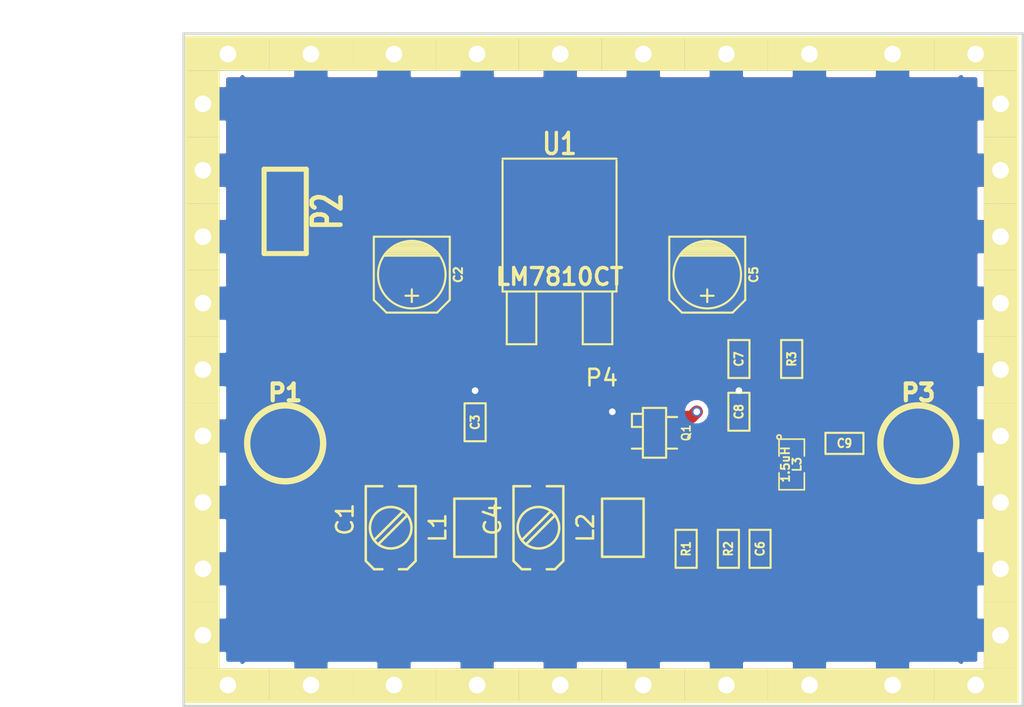
<source format=kicad_pcb>
(kicad_pcb (version 4) (host pcbnew "(2016-01-30 BZR 6528, Git 351752f)-product")

  (general
    (links 66)
    (no_connects 20)
    (area 111.924999 81.924999 162.575001 122.575001)
    (thickness 1.6)
    (drawings 6)
    (tracks 72)
    (zones 0)
    (modules 21)
    (nets 13)
  )

  (page A4)
  (layers
    (0 F.Cu signal)
    (31 B.Cu signal)
    (32 B.Adhes user)
    (33 F.Adhes user)
    (34 B.Paste user)
    (35 F.Paste user)
    (36 B.SilkS user)
    (37 F.SilkS user)
    (38 B.Mask user)
    (39 F.Mask user)
    (40 Dwgs.User user)
    (41 Cmts.User user)
    (42 Eco1.User user)
    (43 Eco2.User user)
    (44 Edge.Cuts user)
    (45 Margin user)
    (46 B.CrtYd user)
    (47 F.CrtYd user)
    (48 B.Fab user)
    (49 F.Fab user)
  )

  (setup
    (last_trace_width 0.25)
    (user_trace_width 0.5)
    (user_trace_width 0.75)
    (user_trace_width 1)
    (user_trace_width 1.5)
    (trace_clearance 0.2)
    (zone_clearance 0.4)
    (zone_45_only no)
    (trace_min 0.2)
    (segment_width 0.2)
    (edge_width 0.15)
    (via_size 0.6)
    (via_drill 0.4)
    (via_min_size 0.6)
    (via_min_drill 0.2)
    (user_via 0.6 0.2)
    (uvia_size 0.3)
    (uvia_drill 0.1)
    (uvias_allowed no)
    (uvia_min_size 0.2)
    (uvia_min_drill 0.1)
    (pcb_text_width 0.3)
    (pcb_text_size 1.5 1.5)
    (mod_edge_width 0.15)
    (mod_text_size 1 1)
    (mod_text_width 0.15)
    (pad_size 2 4)
    (pad_drill 1)
    (pad_to_mask_clearance 0.2)
    (aux_axis_origin 0 0)
    (visible_elements FFFFFF7F)
    (pcbplotparams
      (layerselection 0x00030_ffffffff)
      (usegerberextensions false)
      (excludeedgelayer true)
      (linewidth 0.100000)
      (plotframeref false)
      (viasonmask false)
      (mode 1)
      (useauxorigin false)
      (hpglpennumber 1)
      (hpglpenspeed 20)
      (hpglpendiameter 15)
      (hpglpenoverlay 2)
      (psnegative false)
      (psa4output false)
      (plotreference true)
      (plotvalue true)
      (plotinvisibletext false)
      (padsonsilk false)
      (subtractmaskfromsilk false)
      (outputformat 1)
      (mirror false)
      (drillshape 1)
      (scaleselection 1)
      (outputdirectory ""))
  )

  (net 0 "")
  (net 1 "Net-(C1-Pad2)")
  (net 2 "Net-(C1-Pad1)")
  (net 3 "Net-(C2-Pad1)")
  (net 4 GND)
  (net 5 "Net-(C3-Pad1)")
  (net 6 "Net-(C4-Pad1)")
  (net 7 VCC)
  (net 8 "Net-(C6-Pad1)")
  (net 9 "Net-(C6-Pad2)")
  (net 10 "Net-(C8-Pad2)")
  (net 11 "Net-(C9-Pad1)")
  (net 12 "Net-(L2-Pad2)")

  (net_class Default "This is the default net class."
    (clearance 0.2)
    (trace_width 0.25)
    (via_dia 0.6)
    (via_drill 0.4)
    (uvia_dia 0.3)
    (uvia_drill 0.1)
    (add_net GND)
    (add_net "Net-(C1-Pad1)")
    (add_net "Net-(C1-Pad2)")
    (add_net "Net-(C2-Pad1)")
    (add_net "Net-(C3-Pad1)")
    (add_net "Net-(C4-Pad1)")
    (add_net "Net-(C6-Pad1)")
    (add_net "Net-(C6-Pad2)")
    (add_net "Net-(C8-Pad2)")
    (add_net "Net-(C9-Pad1)")
    (add_net "Net-(L2-Pad2)")
    (add_net VCC)
  )

  (module tzc3:TZC3 (layer F.Cu) (tedit 56AD41EF) (tstamp 56AD4893)
    (at 124.46 111.76 90)
    (path /56AD345C)
    (fp_text reference C1 (at 0.5 -2.75 90) (layer F.SilkS)
      (effects (font (size 1 1) (thickness 0.15)))
    )
    (fp_text value 2-10pF (at 0.5 -4.25 90) (layer F.Fab)
      (effects (font (size 1 1) (thickness 0.15)))
    )
    (fp_line (start -0.75 -1) (end 1 0.75) (layer F.SilkS) (width 0.15))
    (fp_line (start -1 -0.75) (end 0.75 1) (layer F.SilkS) (width 0.15))
    (fp_circle (center 0 0) (end 0 -1.25) (layer F.SilkS) (width 0.15))
    (fp_line (start -2.5 0.5) (end -2.5 1) (layer F.SilkS) (width 0.15))
    (fp_line (start -2.5 1) (end -2 1.5) (layer F.SilkS) (width 0.15))
    (fp_line (start -2 1.5) (end 2.5 1.5) (layer F.SilkS) (width 0.15))
    (fp_line (start 2.5 1.5) (end 2.5 0.5) (layer F.SilkS) (width 0.15))
    (fp_line (start -2.5 -0.5) (end -2.5 -1) (layer F.SilkS) (width 0.15))
    (fp_line (start -2.5 -1) (end -2 -1.5) (layer F.SilkS) (width 0.15))
    (fp_line (start -2 -1.5) (end 2.5 -1.5) (layer F.SilkS) (width 0.15))
    (fp_line (start 2.5 -1.5) (end 2.5 -0.5) (layer F.SilkS) (width 0.15))
    (pad 2 smd rect (at 2.25 0 90) (size 1.2 1) (layers F.Cu F.Paste F.Mask)
      (net 1 "Net-(C1-Pad2)"))
    (pad 1 smd rect (at -2.25 0 90) (size 1.2 1) (layers F.Cu F.Paste F.Mask)
      (net 2 "Net-(C1-Pad1)"))
  )

  (module smd_capacitors:c_elec_4x4.5 (layer F.Cu) (tedit 49F5A3C5) (tstamp 56AD4899)
    (at 125.73 96.52 270)
    (descr "SMT capacitor, aluminium electrolytic, 4x4.5")
    (path /56AD539C)
    (fp_text reference C2 (at 0 -2.794 270) (layer F.SilkS)
      (effects (font (size 0.50038 0.50038) (thickness 0.11938)))
    )
    (fp_text value 1uF (at 0 2.794 270) (layer F.SilkS) hide
      (effects (font (size 0.50038 0.50038) (thickness 0.11938)))
    )
    (fp_line (start 1.651 0) (end 0.889 0) (layer F.SilkS) (width 0.127))
    (fp_line (start 1.27 -0.381) (end 1.27 0.381) (layer F.SilkS) (width 0.127))
    (fp_line (start 1.524 2.286) (end -2.286 2.286) (layer F.SilkS) (width 0.127))
    (fp_line (start 2.286 -1.524) (end 2.286 1.524) (layer F.SilkS) (width 0.127))
    (fp_line (start 1.524 2.286) (end 2.286 1.524) (layer F.SilkS) (width 0.127))
    (fp_line (start 1.524 -2.286) (end -2.286 -2.286) (layer F.SilkS) (width 0.127))
    (fp_line (start 1.524 -2.286) (end 2.286 -1.524) (layer F.SilkS) (width 0.127))
    (fp_line (start -2.032 0.127) (end -2.032 -0.127) (layer F.SilkS) (width 0.127))
    (fp_line (start -1.905 -0.635) (end -1.905 0.635) (layer F.SilkS) (width 0.127))
    (fp_line (start -1.778 0.889) (end -1.778 -0.889) (layer F.SilkS) (width 0.127))
    (fp_line (start -1.651 1.143) (end -1.651 -1.143) (layer F.SilkS) (width 0.127))
    (fp_line (start -1.524 -1.27) (end -1.524 1.27) (layer F.SilkS) (width 0.127))
    (fp_line (start -1.397 1.397) (end -1.397 -1.397) (layer F.SilkS) (width 0.127))
    (fp_line (start -1.27 -1.524) (end -1.27 1.524) (layer F.SilkS) (width 0.127))
    (fp_line (start -1.143 -1.651) (end -1.143 1.651) (layer F.SilkS) (width 0.127))
    (fp_circle (center 0 0) (end -2.032 0) (layer F.SilkS) (width 0.127))
    (fp_line (start -2.286 -2.286) (end -2.286 2.286) (layer F.SilkS) (width 0.127))
    (pad 1 smd rect (at 1.80086 0 270) (size 2.60096 1.6002) (layers F.Cu F.Paste F.Mask)
      (net 3 "Net-(C2-Pad1)"))
    (pad 2 smd rect (at -1.80086 0 270) (size 2.60096 1.6002) (layers F.Cu F.Paste F.Mask)
      (net 4 GND))
    (model smd/capacitors/c_elec_4x4_5.wrl
      (at (xyz 0 0 0))
      (scale (xyz 1 1 1))
      (rotate (xyz 0 0 0))
    )
  )

  (module libcms:SM0603 (layer F.Cu) (tedit 4E43A3D1) (tstamp 56AD489F)
    (at 129.54 105.41 90)
    (path /56AD3650)
    (attr smd)
    (fp_text reference C3 (at 0 0 90) (layer F.SilkS)
      (effects (font (size 0.508 0.4572) (thickness 0.1143)))
    )
    (fp_text value 33pF (at 0 0 90) (layer F.SilkS) hide
      (effects (font (size 0.508 0.4572) (thickness 0.1143)))
    )
    (fp_line (start -1.143 -0.635) (end 1.143 -0.635) (layer F.SilkS) (width 0.127))
    (fp_line (start 1.143 -0.635) (end 1.143 0.635) (layer F.SilkS) (width 0.127))
    (fp_line (start 1.143 0.635) (end -1.143 0.635) (layer F.SilkS) (width 0.127))
    (fp_line (start -1.143 0.635) (end -1.143 -0.635) (layer F.SilkS) (width 0.127))
    (pad 1 smd rect (at -0.762 0 90) (size 0.635 1.143) (layers F.Cu F.Paste F.Mask)
      (net 5 "Net-(C3-Pad1)"))
    (pad 2 smd rect (at 0.762 0 90) (size 0.635 1.143) (layers F.Cu F.Paste F.Mask)
      (net 4 GND))
    (model smd\resistors\R0603.wrl
      (at (xyz 0 0 0.001))
      (scale (xyz 0.5 0.5 0.5))
      (rotate (xyz 0 0 0))
    )
  )

  (module tzc3:TZC3 (layer F.Cu) (tedit 56AD41EF) (tstamp 56AD48A5)
    (at 133.35 111.76 90)
    (path /56AD381A)
    (fp_text reference C4 (at 0.5 -2.75 90) (layer F.SilkS)
      (effects (font (size 1 1) (thickness 0.15)))
    )
    (fp_text value 2-10pf (at 0.5 -4.25 90) (layer F.Fab)
      (effects (font (size 1 1) (thickness 0.15)))
    )
    (fp_line (start -0.75 -1) (end 1 0.75) (layer F.SilkS) (width 0.15))
    (fp_line (start -1 -0.75) (end 0.75 1) (layer F.SilkS) (width 0.15))
    (fp_circle (center 0 0) (end 0 -1.25) (layer F.SilkS) (width 0.15))
    (fp_line (start -2.5 0.5) (end -2.5 1) (layer F.SilkS) (width 0.15))
    (fp_line (start -2.5 1) (end -2 1.5) (layer F.SilkS) (width 0.15))
    (fp_line (start -2 1.5) (end 2.5 1.5) (layer F.SilkS) (width 0.15))
    (fp_line (start 2.5 1.5) (end 2.5 0.5) (layer F.SilkS) (width 0.15))
    (fp_line (start -2.5 -0.5) (end -2.5 -1) (layer F.SilkS) (width 0.15))
    (fp_line (start -2.5 -1) (end -2 -1.5) (layer F.SilkS) (width 0.15))
    (fp_line (start -2 -1.5) (end 2.5 -1.5) (layer F.SilkS) (width 0.15))
    (fp_line (start 2.5 -1.5) (end 2.5 -0.5) (layer F.SilkS) (width 0.15))
    (pad 2 smd rect (at 2.25 0 90) (size 1.2 1) (layers F.Cu F.Paste F.Mask)
      (net 5 "Net-(C3-Pad1)"))
    (pad 1 smd rect (at -2.25 0 90) (size 1.2 1) (layers F.Cu F.Paste F.Mask)
      (net 6 "Net-(C4-Pad1)"))
  )

  (module smd_capacitors:c_elec_4x4.5 (layer F.Cu) (tedit 49F5A3C5) (tstamp 56AD48AB)
    (at 143.51 96.52 270)
    (descr "SMT capacitor, aluminium electrolytic, 4x4.5")
    (path /56AD5334)
    (fp_text reference C5 (at 0 -2.794 270) (layer F.SilkS)
      (effects (font (size 0.50038 0.50038) (thickness 0.11938)))
    )
    (fp_text value 1uF (at 0 2.794 270) (layer F.SilkS) hide
      (effects (font (size 0.50038 0.50038) (thickness 0.11938)))
    )
    (fp_line (start 1.651 0) (end 0.889 0) (layer F.SilkS) (width 0.127))
    (fp_line (start 1.27 -0.381) (end 1.27 0.381) (layer F.SilkS) (width 0.127))
    (fp_line (start 1.524 2.286) (end -2.286 2.286) (layer F.SilkS) (width 0.127))
    (fp_line (start 2.286 -1.524) (end 2.286 1.524) (layer F.SilkS) (width 0.127))
    (fp_line (start 1.524 2.286) (end 2.286 1.524) (layer F.SilkS) (width 0.127))
    (fp_line (start 1.524 -2.286) (end -2.286 -2.286) (layer F.SilkS) (width 0.127))
    (fp_line (start 1.524 -2.286) (end 2.286 -1.524) (layer F.SilkS) (width 0.127))
    (fp_line (start -2.032 0.127) (end -2.032 -0.127) (layer F.SilkS) (width 0.127))
    (fp_line (start -1.905 -0.635) (end -1.905 0.635) (layer F.SilkS) (width 0.127))
    (fp_line (start -1.778 0.889) (end -1.778 -0.889) (layer F.SilkS) (width 0.127))
    (fp_line (start -1.651 1.143) (end -1.651 -1.143) (layer F.SilkS) (width 0.127))
    (fp_line (start -1.524 -1.27) (end -1.524 1.27) (layer F.SilkS) (width 0.127))
    (fp_line (start -1.397 1.397) (end -1.397 -1.397) (layer F.SilkS) (width 0.127))
    (fp_line (start -1.27 -1.524) (end -1.27 1.524) (layer F.SilkS) (width 0.127))
    (fp_line (start -1.143 -1.651) (end -1.143 1.651) (layer F.SilkS) (width 0.127))
    (fp_circle (center 0 0) (end -2.032 0) (layer F.SilkS) (width 0.127))
    (fp_line (start -2.286 -2.286) (end -2.286 2.286) (layer F.SilkS) (width 0.127))
    (pad 1 smd rect (at 1.80086 0 270) (size 2.60096 1.6002) (layers F.Cu F.Paste F.Mask)
      (net 7 VCC))
    (pad 2 smd rect (at -1.80086 0 270) (size 2.60096 1.6002) (layers F.Cu F.Paste F.Mask)
      (net 4 GND))
    (model smd/capacitors/c_elec_4x4_5.wrl
      (at (xyz 0 0 0))
      (scale (xyz 1 1 1))
      (rotate (xyz 0 0 0))
    )
  )

  (module libcms:SM0603 (layer F.Cu) (tedit 56AD4D6B) (tstamp 56AD48B1)
    (at 146.685 113.03 90)
    (path /56AD3A08)
    (attr smd)
    (fp_text reference C6 (at 0 0 90) (layer F.SilkS)
      (effects (font (size 0.508 0.4572) (thickness 0.1143)))
    )
    (fp_text value 10nF (at 0 0 90) (layer F.SilkS) hide
      (effects (font (size 0.508 0.4572) (thickness 0.1143)))
    )
    (fp_line (start -1.143 -0.635) (end 1.143 -0.635) (layer F.SilkS) (width 0.127))
    (fp_line (start 1.143 -0.635) (end 1.143 0.635) (layer F.SilkS) (width 0.127))
    (fp_line (start 1.143 0.635) (end -1.143 0.635) (layer F.SilkS) (width 0.127))
    (fp_line (start -1.143 0.635) (end -1.143 -0.635) (layer F.SilkS) (width 0.127))
    (pad 1 smd rect (at -0.762 0 90) (size 0.635 1.143) (layers F.Cu F.Paste F.Mask)
      (net 8 "Net-(C6-Pad1)"))
    (pad 2 smd rect (at 0.762 0 90) (size 0.635 1.143) (layers F.Cu F.Paste F.Mask)
      (net 9 "Net-(C6-Pad2)"))
    (model smd\resistors\R0603.wrl
      (at (xyz 0 0 0.001))
      (scale (xyz 0.5 0.5 0.5))
      (rotate (xyz 0 0 0))
    )
  )

  (module libcms:SM0603 (layer F.Cu) (tedit 56AD4D77) (tstamp 56AD48B7)
    (at 145.415 101.6 90)
    (path /56AD4417)
    (attr smd)
    (fp_text reference C7 (at 0 0 90) (layer F.SilkS)
      (effects (font (size 0.508 0.4572) (thickness 0.1143)))
    )
    (fp_text value 20nF (at 0 0 90) (layer F.SilkS) hide
      (effects (font (size 0.508 0.4572) (thickness 0.1143)))
    )
    (fp_line (start -1.143 -0.635) (end 1.143 -0.635) (layer F.SilkS) (width 0.127))
    (fp_line (start 1.143 -0.635) (end 1.143 0.635) (layer F.SilkS) (width 0.127))
    (fp_line (start 1.143 0.635) (end -1.143 0.635) (layer F.SilkS) (width 0.127))
    (fp_line (start -1.143 0.635) (end -1.143 -0.635) (layer F.SilkS) (width 0.127))
    (pad 1 smd rect (at -0.762 0 90) (size 0.635 1.143) (layers F.Cu F.Paste F.Mask)
      (net 4 GND))
    (pad 2 smd rect (at 0.762 0 90) (size 0.635 1.143) (layers F.Cu F.Paste F.Mask)
      (net 7 VCC))
    (model smd\resistors\R0603.wrl
      (at (xyz 0 0 0.001))
      (scale (xyz 0.5 0.5 0.5))
      (rotate (xyz 0 0 0))
    )
  )

  (module libcms:SM0603 (layer F.Cu) (tedit 56AD4D22) (tstamp 56AD48BD)
    (at 145.415 104.775 270)
    (path /56AD4323)
    (attr smd)
    (fp_text reference C8 (at 0 0 270) (layer F.SilkS)
      (effects (font (size 0.508 0.4572) (thickness 0.1143)))
    )
    (fp_text value 680pF (at 0 0 270) (layer F.SilkS) hide
      (effects (font (size 0.508 0.4572) (thickness 0.1143)))
    )
    (fp_line (start -1.143 -0.635) (end 1.143 -0.635) (layer F.SilkS) (width 0.127))
    (fp_line (start 1.143 -0.635) (end 1.143 0.635) (layer F.SilkS) (width 0.127))
    (fp_line (start 1.143 0.635) (end -1.143 0.635) (layer F.SilkS) (width 0.127))
    (fp_line (start -1.143 0.635) (end -1.143 -0.635) (layer F.SilkS) (width 0.127))
    (pad 1 smd rect (at -0.762 0 270) (size 0.635 1.143) (layers F.Cu F.Paste F.Mask)
      (net 4 GND))
    (pad 2 smd rect (at 0.762 0 270) (size 0.635 1.143) (layers F.Cu F.Paste F.Mask)
      (net 10 "Net-(C8-Pad2)"))
    (model smd\resistors\R0603.wrl
      (at (xyz 0 0 0.001))
      (scale (xyz 0.5 0.5 0.5))
      (rotate (xyz 0 0 0))
    )
  )

  (module libcms:SM0603 (layer F.Cu) (tedit 4E43A3D1) (tstamp 56AD48C3)
    (at 151.765 106.68 180)
    (path /56AD412D)
    (attr smd)
    (fp_text reference C9 (at 0 0 180) (layer F.SilkS)
      (effects (font (size 0.508 0.4572) (thickness 0.1143)))
    )
    (fp_text value 6.8pF (at 0 0 180) (layer F.SilkS) hide
      (effects (font (size 0.508 0.4572) (thickness 0.1143)))
    )
    (fp_line (start -1.143 -0.635) (end 1.143 -0.635) (layer F.SilkS) (width 0.127))
    (fp_line (start 1.143 -0.635) (end 1.143 0.635) (layer F.SilkS) (width 0.127))
    (fp_line (start 1.143 0.635) (end -1.143 0.635) (layer F.SilkS) (width 0.127))
    (fp_line (start -1.143 0.635) (end -1.143 -0.635) (layer F.SilkS) (width 0.127))
    (pad 1 smd rect (at -0.762 0 180) (size 0.635 1.143) (layers F.Cu F.Paste F.Mask)
      (net 11 "Net-(C9-Pad1)"))
    (pad 2 smd rect (at 0.762 0 180) (size 0.635 1.143) (layers F.Cu F.Paste F.Mask)
      (net 9 "Net-(C6-Pad2)"))
    (model smd\resistors\R0603.wrl
      (at (xyz 0 0 0.001))
      (scale (xyz 0.5 0.5 0.5))
      (rotate (xyz 0 0 0))
    )
  )

  (module SM1008:SM1008 (layer F.Cu) (tedit 56AD4488) (tstamp 56AD48C9)
    (at 129.54 111.76 90)
    (path /56AD3311)
    (fp_text reference L1 (at 0 -2.25 90) (layer F.SilkS)
      (effects (font (size 1 1) (thickness 0.15)))
    )
    (fp_text value 400nH (at 0 -3.75 90) (layer F.Fab)
      (effects (font (size 1 1) (thickness 0.15)))
    )
    (fp_line (start -1.75 -1.25) (end 1.75 -1.25) (layer F.SilkS) (width 0.15))
    (fp_line (start 1.75 -1.25) (end 1.75 1.25) (layer F.SilkS) (width 0.15))
    (fp_line (start 1.75 1.25) (end -1.75 1.25) (layer F.SilkS) (width 0.15))
    (fp_line (start -1.75 1.25) (end -1.75 -1.25) (layer F.SilkS) (width 0.15))
    (pad 2 smd rect (at 1.135 0 90) (size 1.1 2.54) (layers F.Cu F.Paste F.Mask)
      (net 5 "Net-(C3-Pad1)"))
    (pad 1 smd rect (at -1.135 0 90) (size 1.1 2.54) (layers F.Cu F.Paste F.Mask)
      (net 2 "Net-(C1-Pad1)"))
  )

  (module SM1008:SM1008 (layer F.Cu) (tedit 56AD4488) (tstamp 56AD48CF)
    (at 138.43 111.76 90)
    (path /56AD3814)
    (fp_text reference L2 (at 0 -2.25 90) (layer F.SilkS)
      (effects (font (size 1 1) (thickness 0.15)))
    )
    (fp_text value 400nH (at 0 -3.75 90) (layer F.Fab)
      (effects (font (size 1 1) (thickness 0.15)))
    )
    (fp_line (start -1.75 -1.25) (end 1.75 -1.25) (layer F.SilkS) (width 0.15))
    (fp_line (start 1.75 -1.25) (end 1.75 1.25) (layer F.SilkS) (width 0.15))
    (fp_line (start 1.75 1.25) (end -1.75 1.25) (layer F.SilkS) (width 0.15))
    (fp_line (start -1.75 1.25) (end -1.75 -1.25) (layer F.SilkS) (width 0.15))
    (pad 2 smd rect (at 1.135 0 90) (size 1.1 2.54) (layers F.Cu F.Paste F.Mask)
      (net 12 "Net-(L2-Pad2)"))
    (pad 1 smd rect (at -1.135 0 90) (size 1.1 2.54) (layers F.Cu F.Paste F.Mask)
      (net 6 "Net-(C4-Pad1)"))
  )

  (module libcms:SM0805 (layer F.Cu) (tedit 5091495C) (tstamp 56AD48D5)
    (at 148.59 107.95 270)
    (path /56AD3F42)
    (attr smd)
    (fp_text reference L3 (at 0 -0.3175 270) (layer F.SilkS)
      (effects (font (size 0.50038 0.50038) (thickness 0.10922)))
    )
    (fp_text value 1.5uH (at 0 0.381 270) (layer F.SilkS)
      (effects (font (size 0.50038 0.50038) (thickness 0.10922)))
    )
    (fp_circle (center -1.651 0.762) (end -1.651 0.635) (layer F.SilkS) (width 0.09906))
    (fp_line (start -0.508 0.762) (end -1.524 0.762) (layer F.SilkS) (width 0.09906))
    (fp_line (start -1.524 0.762) (end -1.524 -0.762) (layer F.SilkS) (width 0.09906))
    (fp_line (start -1.524 -0.762) (end -0.508 -0.762) (layer F.SilkS) (width 0.09906))
    (fp_line (start 0.508 -0.762) (end 1.524 -0.762) (layer F.SilkS) (width 0.09906))
    (fp_line (start 1.524 -0.762) (end 1.524 0.762) (layer F.SilkS) (width 0.09906))
    (fp_line (start 1.524 0.762) (end 0.508 0.762) (layer F.SilkS) (width 0.09906))
    (pad 1 smd rect (at -0.9525 0 270) (size 0.889 1.397) (layers F.Cu F.Paste F.Mask)
      (net 10 "Net-(C8-Pad2)"))
    (pad 2 smd rect (at 0.9525 0 270) (size 0.889 1.397) (layers F.Cu F.Paste F.Mask)
      (net 9 "Net-(C6-Pad2)"))
    (model smd/chip_cms.wrl
      (at (xyz 0 0 0))
      (scale (xyz 0.1 0.1 0.1))
      (rotate (xyz 0 0 0))
    )
  )

  (module connect:1pin (layer F.Cu) (tedit 56AD4F30) (tstamp 56AD48DA)
    (at 118.11 106.68)
    (descr "module 1 pin (ou trou mecanique de percage)")
    (tags DEV)
    (path /56AD30C3)
    (fp_text reference P1 (at 0 -3.048) (layer F.SilkS)
      (effects (font (size 1.016 1.016) (thickness 0.254)))
    )
    (fp_text value CONN_1 (at 0 2.794) (layer F.SilkS) hide
      (effects (font (size 1.016 1.016) (thickness 0.254)))
    )
    (fp_circle (center 0 0) (end 0 -2.286) (layer F.SilkS) (width 0.381))
    (pad 1 smd circle (at 0 0) (size 4.064 4.064) (layers F.Cu F.Paste F.Mask)
      (net 1 "Net-(C1-Pad2)"))
  )

  (module connect:SIL-2 (layer F.Cu) (tedit 56AE6B86) (tstamp 56AD48E0)
    (at 118.11 92.71 270)
    (descr "Connecteurs 2 pins")
    (tags "CONN DEV")
    (path /56AD582D)
    (fp_text reference P2 (at 0 -2.54 270) (layer F.SilkS)
      (effects (font (size 1.72974 1.08712) (thickness 0.3048)))
    )
    (fp_text value CONN_2 (at 0 -2.54 270) (layer F.SilkS) hide
      (effects (font (size 1.524 1.016) (thickness 0.3048)))
    )
    (fp_line (start -2.54 1.27) (end -2.54 -1.27) (layer F.SilkS) (width 0.3048))
    (fp_line (start -2.54 -1.27) (end 2.54 -1.27) (layer F.SilkS) (width 0.3048))
    (fp_line (start 2.54 -1.27) (end 2.54 1.27) (layer F.SilkS) (width 0.3048))
    (fp_line (start 2.54 1.27) (end -2.54 1.27) (layer F.SilkS) (width 0.3048))
    (pad 1 smd rect (at -1.27 0 270) (size 1.397 1.397) (layers F.Cu F.Paste F.Mask)
      (net 4 GND))
    (pad 2 smd circle (at 1.27 0 270) (size 1.397 1.397) (layers F.Cu F.Paste F.Mask)
      (net 3 "Net-(C2-Pad1)"))
  )

  (module connect:1pin (layer F.Cu) (tedit 56AD4F2B) (tstamp 56AD48E5)
    (at 156.21 106.68)
    (descr "module 1 pin (ou trou mecanique de percage)")
    (tags DEV)
    (path /56AD4ED5)
    (fp_text reference P3 (at 0 -3.048) (layer F.SilkS)
      (effects (font (size 1.016 1.016) (thickness 0.254)))
    )
    (fp_text value CONN_1 (at 0 2.794) (layer F.SilkS) hide
      (effects (font (size 1.016 1.016) (thickness 0.254)))
    )
    (fp_circle (center 0 0) (end 0 -2.286) (layer F.SilkS) (width 0.381))
    (pad 1 smd circle (at 0 0) (size 4.064 4.064) (layers F.Cu F.Paste F.Mask)
      (net 11 "Net-(C9-Pad1)"))
  )

  (module w_smd_trans:sot143B (layer F.Cu) (tedit 56AD4963) (tstamp 56AD48ED)
    (at 140.335 106.045 270)
    (descr SOT143B)
    (path /56AD3856)
    (fp_text reference Q1 (at 0 -1.905 270) (layer F.SilkS)
      (effects (font (size 0.50038 0.50038) (thickness 0.09906)))
    )
    (fp_text value BFG540W (at 0 0 270) (layer F.SilkS) hide
      (effects (font (size 0.50038 0.50038) (thickness 0.09906)))
    )
    (fp_line (start -1.143 1.3589) (end -0.3556 1.3589) (layer F.SilkS) (width 0.127))
    (fp_line (start -0.3556 0.6985) (end -0.3556 1.3589) (layer F.SilkS) (width 0.127))
    (fp_line (start -0.9525 -0.6985) (end -0.9525 -1.3589) (layer F.SilkS) (width 0.127))
    (fp_line (start 0.9525 0.6985) (end 0.9525 1.3589) (layer F.SilkS) (width 0.127))
    (fp_line (start -1.143 0.6985) (end -1.143 1.3589) (layer F.SilkS) (width 0.127))
    (fp_line (start 0.9525 -0.6985) (end 0.9525 -1.3589) (layer F.SilkS) (width 0.127))
    (fp_line (start -1.4986 -0.6985) (end 1.4986 -0.6985) (layer F.SilkS) (width 0.127))
    (fp_line (start 1.4986 -0.6985) (end 1.4986 0.6985) (layer F.SilkS) (width 0.127))
    (fp_line (start 1.4986 0.6985) (end -1.4986 0.6985) (layer F.SilkS) (width 0.127))
    (fp_line (start -1.4986 0.6985) (end -1.4986 -0.6985) (layer F.SilkS) (width 0.127))
    (pad 1 smd rect (at -0.75184 1.05664 270) (size 1.00076 1.00076) (layers F.Cu F.Paste F.Mask)
      (net 4 GND))
    (pad 3 smd rect (at 0.9525 -1.05664 270) (size 0.59944 1.00076) (layers F.Cu F.Paste F.Mask)
      (net 9 "Net-(C6-Pad2)"))
    (pad 2 smd rect (at 0.9525 1.05664 270) (size 0.59944 1.00076) (layers F.Cu F.Paste F.Mask)
      (net 12 "Net-(L2-Pad2)"))
    (pad 4 smd rect (at -0.9525 -1.05664 270) (size 0.59944 1.00076) (layers F.Cu F.Paste F.Mask))
    (model walter/smd_trans/sot143b.wrl
      (at (xyz 0 0 0))
      (scale (xyz 1 1 1))
      (rotate (xyz 0 0 0))
    )
  )

  (module libcms:SM0603 (layer F.Cu) (tedit 4E43A3D1) (tstamp 56AD48F3)
    (at 142.24 113.03 90)
    (path /56AD395C)
    (attr smd)
    (fp_text reference R1 (at 0 0 90) (layer F.SilkS)
      (effects (font (size 0.508 0.4572) (thickness 0.1143)))
    )
    (fp_text value 1k (at 0 0 90) (layer F.SilkS) hide
      (effects (font (size 0.508 0.4572) (thickness 0.1143)))
    )
    (fp_line (start -1.143 -0.635) (end 1.143 -0.635) (layer F.SilkS) (width 0.127))
    (fp_line (start 1.143 -0.635) (end 1.143 0.635) (layer F.SilkS) (width 0.127))
    (fp_line (start 1.143 0.635) (end -1.143 0.635) (layer F.SilkS) (width 0.127))
    (fp_line (start -1.143 0.635) (end -1.143 -0.635) (layer F.SilkS) (width 0.127))
    (pad 1 smd rect (at -0.762 0 90) (size 0.635 1.143) (layers F.Cu F.Paste F.Mask)
      (net 8 "Net-(C6-Pad1)"))
    (pad 2 smd rect (at 0.762 0 90) (size 0.635 1.143) (layers F.Cu F.Paste F.Mask)
      (net 12 "Net-(L2-Pad2)"))
    (model smd\resistors\R0603.wrl
      (at (xyz 0 0 0.001))
      (scale (xyz 0.5 0.5 0.5))
      (rotate (xyz 0 0 0))
    )
  )

  (module libcms:SM0603 (layer F.Cu) (tedit 56AD4D68) (tstamp 56AD48F9)
    (at 144.78 113.03 90)
    (path /56AD3C55)
    (attr smd)
    (fp_text reference R2 (at 0 0 90) (layer F.SilkS)
      (effects (font (size 0.508 0.4572) (thickness 0.1143)))
    )
    (fp_text value 47k (at 0 0 90) (layer F.SilkS) hide
      (effects (font (size 0.508 0.4572) (thickness 0.1143)))
    )
    (fp_line (start -1.143 -0.635) (end 1.143 -0.635) (layer F.SilkS) (width 0.127))
    (fp_line (start 1.143 -0.635) (end 1.143 0.635) (layer F.SilkS) (width 0.127))
    (fp_line (start 1.143 0.635) (end -1.143 0.635) (layer F.SilkS) (width 0.127))
    (fp_line (start -1.143 0.635) (end -1.143 -0.635) (layer F.SilkS) (width 0.127))
    (pad 1 smd rect (at -0.762 0 90) (size 0.635 1.143) (layers F.Cu F.Paste F.Mask)
      (net 8 "Net-(C6-Pad1)"))
    (pad 2 smd rect (at 0.762 0 90) (size 0.635 1.143) (layers F.Cu F.Paste F.Mask)
      (net 9 "Net-(C6-Pad2)"))
    (model smd\resistors\R0603.wrl
      (at (xyz 0 0 0.001))
      (scale (xyz 0.5 0.5 0.5))
      (rotate (xyz 0 0 0))
    )
  )

  (module libcms:SM0603 (layer F.Cu) (tedit 4E43A3D1) (tstamp 56AD48FF)
    (at 148.59 101.6 270)
    (path /56AD4269)
    (attr smd)
    (fp_text reference R3 (at 0 0 270) (layer F.SilkS)
      (effects (font (size 0.508 0.4572) (thickness 0.1143)))
    )
    (fp_text value 82 (at 0 0 270) (layer F.SilkS) hide
      (effects (font (size 0.508 0.4572) (thickness 0.1143)))
    )
    (fp_line (start -1.143 -0.635) (end 1.143 -0.635) (layer F.SilkS) (width 0.127))
    (fp_line (start 1.143 -0.635) (end 1.143 0.635) (layer F.SilkS) (width 0.127))
    (fp_line (start 1.143 0.635) (end -1.143 0.635) (layer F.SilkS) (width 0.127))
    (fp_line (start -1.143 0.635) (end -1.143 -0.635) (layer F.SilkS) (width 0.127))
    (pad 1 smd rect (at -0.762 0 270) (size 0.635 1.143) (layers F.Cu F.Paste F.Mask)
      (net 7 VCC))
    (pad 2 smd rect (at 0.762 0 270) (size 0.635 1.143) (layers F.Cu F.Paste F.Mask)
      (net 10 "Net-(C8-Pad2)"))
    (model smd\resistors\R0603.wrl
      (at (xyz 0 0 0.001))
      (scale (xyz 0.5 0.5 0.5))
      (rotate (xyz 0 0 0))
    )
  )

  (module libcms:DPAK2 (layer F.Cu) (tedit 451BAACE) (tstamp 56AD4906)
    (at 134.62 99.06)
    (descr "MOS boitier DPACK G-D-S")
    (tags "CMD DPACK")
    (path /56AD502D)
    (attr smd)
    (fp_text reference U1 (at 0 -10.414) (layer F.SilkS)
      (effects (font (size 1.27 1.016) (thickness 0.2032)))
    )
    (fp_text value LM7810CT (at 0 -2.413) (layer F.SilkS)
      (effects (font (size 1.016 1.016) (thickness 0.2032)))
    )
    (fp_line (start 1.397 -1.524) (end 1.397 1.651) (layer F.SilkS) (width 0.127))
    (fp_line (start 1.397 1.651) (end 3.175 1.651) (layer F.SilkS) (width 0.127))
    (fp_line (start 3.175 1.651) (end 3.175 -1.524) (layer F.SilkS) (width 0.127))
    (fp_line (start -3.175 -1.524) (end -3.175 1.651) (layer F.SilkS) (width 0.127))
    (fp_line (start -3.175 1.651) (end -1.397 1.651) (layer F.SilkS) (width 0.127))
    (fp_line (start -1.397 1.651) (end -1.397 -1.524) (layer F.SilkS) (width 0.127))
    (fp_line (start 3.429 -7.62) (end 3.429 -1.524) (layer F.SilkS) (width 0.127))
    (fp_line (start 3.429 -1.524) (end -3.429 -1.524) (layer F.SilkS) (width 0.127))
    (fp_line (start -3.429 -1.524) (end -3.429 -9.398) (layer F.SilkS) (width 0.127))
    (fp_line (start -3.429 -9.525) (end 3.429 -9.525) (layer F.SilkS) (width 0.127))
    (fp_line (start 3.429 -9.398) (end 3.429 -7.62) (layer F.SilkS) (width 0.127))
    (pad 1 smd rect (at -2.286 0) (size 1.651 3.048) (layers F.Cu F.Paste F.Mask)
      (net 3 "Net-(C2-Pad1)"))
    (pad 2 smd rect (at 0 -6.35) (size 6.096 6.096) (layers F.Cu F.Paste F.Mask)
      (net 4 GND))
    (pad 3 smd rect (at 2.286 0) (size 1.651 3.048) (layers F.Cu F.Paste F.Mask)
      (net 7 VCC))
    (model smd/dpack_2.wrl
      (at (xyz 0 0 0))
      (scale (xyz 1 1 1))
      (rotate (xyz 0 0 0))
    )
  )

  (module rfshield:Shield (layer F.Cu) (tedit 56AE95A9) (tstamp 56AE8775)
    (at 137.16 102.235)
    (path /56AE7F5C)
    (fp_text reference P4 (at 0 0.5) (layer F.SilkS)
      (effects (font (size 1 1) (thickness 0.15)))
    )
    (fp_text value CONN_1 (at 0 -0.5) (layer F.Fab)
      (effects (font (size 1 1) (thickness 0.15)))
    )
    (fp_line (start -25 -20) (end 25 -20) (layer F.SilkS) (width 0.15))
    (fp_line (start 25 -20) (end 25 20) (layer F.SilkS) (width 0.15))
    (fp_line (start 25 20) (end -25 20) (layer F.SilkS) (width 0.15))
    (fp_line (start -25 20) (end -25 -20) (layer F.SilkS) (width 0.15))
    (pad 1 thru_hole rect (at 24 -16) (size 2 4) (drill 1) (layers *.Cu *.Mask F.SilkS)
      (net 4 GND))
    (pad 1 thru_hole rect (at 24 -12) (size 2 4) (drill 1) (layers *.Cu *.Mask F.SilkS)
      (net 4 GND))
    (pad 1 thru_hole rect (at 24 -8) (size 2 4) (drill 1) (layers *.Cu *.Mask F.SilkS)
      (net 4 GND))
    (pad 1 thru_hole rect (at 24 -4) (size 2 4) (drill 1) (layers *.Cu *.Mask F.SilkS)
      (net 4 GND))
    (pad 1 thru_hole rect (at 24 0) (size 2 4) (drill 1) (layers *.Cu *.Mask F.SilkS)
      (net 4 GND))
    (pad 1 thru_hole rect (at 24 4) (size 2 4) (drill 1) (layers *.Cu *.Mask F.SilkS)
      (net 4 GND))
    (pad 1 thru_hole rect (at 24 8) (size 2 4) (drill 1) (layers *.Cu *.Mask F.SilkS)
      (net 4 GND))
    (pad 1 thru_hole rect (at 24 12) (size 2 4) (drill 1) (layers *.Cu *.Mask F.SilkS)
      (net 4 GND))
    (pad 1 thru_hole rect (at 24 16) (size 2 4) (drill 1) (layers *.Cu *.Mask F.SilkS)
      (net 4 GND))
    (pad 1 thru_hole rect (at -24 16) (size 2 4) (drill 1) (layers *.Cu *.Mask F.SilkS)
      (net 4 GND))
    (pad 1 thru_hole rect (at -24 12) (size 2 4) (drill 1) (layers *.Cu *.Mask F.SilkS)
      (net 4 GND))
    (pad 1 thru_hole rect (at -24 8) (size 2 4) (drill 1) (layers *.Cu *.Mask F.SilkS)
      (net 4 GND))
    (pad 1 thru_hole rect (at -24 4) (size 2 4) (drill 1) (layers *.Cu *.Mask F.SilkS)
      (net 4 GND))
    (pad 1 thru_hole rect (at -24 0) (size 2 4) (drill 1) (layers *.Cu *.Mask F.SilkS)
      (net 4 GND))
    (pad 1 thru_hole rect (at -24 -4) (size 2 4) (drill 1) (layers *.Cu *.Mask F.SilkS)
      (net 4 GND))
    (pad 1 thru_hole rect (at -24 -8) (size 2 4) (drill 1) (layers *.Cu *.Mask F.SilkS)
      (net 4 GND))
    (pad 1 thru_hole rect (at -24 -12) (size 2 4) (drill 1) (layers *.Cu *.Mask F.SilkS)
      (net 4 GND))
    (pad 1 thru_hole rect (at -22.5 19) (size 5 2) (drill 1) (layers *.Cu *.Mask F.SilkS)
      (net 4 GND))
    (pad 1 thru_hole rect (at -17.5 19) (size 5 2) (drill 1) (layers *.Cu *.Mask F.SilkS)
      (net 4 GND))
    (pad 1 thru_hole rect (at -12.5 19) (size 5 2) (drill 1) (layers *.Cu *.Mask F.SilkS)
      (net 4 GND))
    (pad 1 thru_hole rect (at -7.5 19) (size 5 2) (drill 1) (layers *.Cu *.Mask F.SilkS)
      (net 4 GND))
    (pad 1 thru_hole rect (at -2.5 19) (size 5 2) (drill 1) (layers *.Cu *.Mask F.SilkS)
      (net 4 GND))
    (pad 1 thru_hole rect (at 2.5 19) (size 5 2) (drill 1) (layers *.Cu *.Mask F.SilkS)
      (net 4 GND))
    (pad 1 thru_hole rect (at 7.5 19) (size 5 2) (drill 1) (layers *.Cu *.Mask F.SilkS)
      (net 4 GND))
    (pad 1 thru_hole rect (at 12.5 19) (size 5 2) (drill 1) (layers *.Cu *.Mask F.SilkS)
      (net 4 GND))
    (pad 1 thru_hole rect (at 17.5 19) (size 5 2) (drill 1) (layers *.Cu *.Mask F.SilkS)
      (net 4 GND))
    (pad 1 thru_hole rect (at 22.5 19) (size 5 2) (drill 1) (layers *.Cu *.Mask F.SilkS)
      (net 4 GND))
    (pad 1 thru_hole rect (at 22.5 -19) (size 5 2) (drill 1) (layers *.Cu *.Mask F.SilkS)
      (net 4 GND))
    (pad 1 thru_hole rect (at 17.5 -19) (size 5 2) (drill 1) (layers *.Cu *.Mask F.SilkS)
      (net 4 GND))
    (pad 1 thru_hole rect (at 12.5 -19) (size 5 2) (drill 1) (layers *.Cu *.Mask F.SilkS)
      (net 4 GND))
    (pad 1 thru_hole rect (at 7.5 -19) (size 5 2) (drill 1) (layers *.Cu *.Mask F.SilkS)
      (net 4 GND))
    (pad 1 thru_hole rect (at 2.5 -19) (size 5 2) (drill 1) (layers *.Cu *.Mask F.SilkS)
      (net 4 GND))
    (pad 1 thru_hole rect (at -2.5 -19) (size 5 2) (drill 1) (layers *.Cu *.Mask F.SilkS)
      (net 4 GND))
    (pad 1 thru_hole rect (at -7.5 -19) (size 5 2) (drill 1) (layers *.Cu *.Mask F.SilkS)
      (net 4 GND))
    (pad 1 thru_hole rect (at -12.5 -19) (size 5 2) (drill 1) (layers *.Cu *.Mask F.SilkS)
      (net 4 GND))
    (pad 1 thru_hole rect (at -17.5 -19) (size 5 2) (drill 1) (layers *.Cu *.Mask F.SilkS)
      (net 4 GND))
    (pad 1 thru_hole rect (at -22.5 -19) (size 5 2) (drill 1) (layers *.Cu *.Mask F.SilkS)
      (net 4 GND))
    (pad 1 thru_hole rect (at -24 -16) (size 2 4) (drill 1) (layers *.Cu *.Mask F.SilkS)
      (net 4 GND))
  )

  (gr_line (start 162.5 122.5) (end 162.5 82) (angle 90) (layer Edge.Cuts) (width 0.15))
  (gr_line (start 112 122.5) (end 162.5 122.5) (angle 90) (layer Edge.Cuts) (width 0.15))
  (gr_line (start 112 82) (end 112 122.5) (angle 90) (layer Edge.Cuts) (width 0.15))
  (gr_line (start 162.5 82) (end 112 82) (angle 90) (layer Edge.Cuts) (width 0.15))
  (dimension 31.75 (width 0.3) (layer Cmts.User)
    (gr_text "31.750 mm" (at 107.235 102.235 270) (layer Cmts.User)
      (effects (font (size 1.5 1.5) (thickness 0.3)))
    )
    (feature1 (pts (xy 112.395 118.11) (xy 105.885 118.11)))
    (feature2 (pts (xy 112.395 86.36) (xy 105.885 86.36)))
    (crossbar (pts (xy 108.585 86.36) (xy 108.585 118.11)))
    (arrow1a (pts (xy 108.585 118.11) (xy 107.998579 116.983496)))
    (arrow1b (pts (xy 108.585 118.11) (xy 109.171421 116.983496)))
    (arrow2a (pts (xy 108.585 86.36) (xy 107.998579 87.486504)))
    (arrow2b (pts (xy 108.585 86.36) (xy 109.171421 87.486504)))
  )
  (dimension 47.625 (width 0.3) (layer Cmts.User)
    (gr_text "47.625 mm" (at 136.8425 81.835) (layer Cmts.User)
      (effects (font (size 1.5 1.5) (thickness 0.3)))
    )
    (feature1 (pts (xy 160.655 85.725) (xy 160.655 80.485)))
    (feature2 (pts (xy 113.03 85.725) (xy 113.03 80.485)))
    (crossbar (pts (xy 113.03 83.185) (xy 160.655 83.185)))
    (arrow1a (pts (xy 160.655 83.185) (xy 159.528496 83.771421)))
    (arrow1b (pts (xy 160.655 83.185) (xy 159.528496 82.598579)))
    (arrow2a (pts (xy 113.03 83.185) (xy 114.156504 83.771421)))
    (arrow2b (pts (xy 113.03 83.185) (xy 114.156504 82.598579)))
  )

  (segment (start 141.39164 105.0925) (end 142.5575 105.0925) (width 0.75) (layer F.Cu) (net 0))
  (via (at 142.875 104.775) (size 0.6) (drill 0.4) (layers F.Cu B.Cu) (net 0))
  (segment (start 142.5575 105.0925) (end 142.875 104.775) (width 0.75) (layer F.Cu) (net 0) (tstamp 56AD5215))
  (segment (start 118.11 106.68) (end 123.19 106.68) (width 0.75) (layer F.Cu) (net 1))
  (segment (start 123.19 106.68) (end 124.46 107.95) (width 0.75) (layer F.Cu) (net 1) (tstamp 56AD4CCF))
  (segment (start 124.46 109.51) (end 124.46 107.95) (width 0.75) (layer F.Cu) (net 1))
  (segment (start 124.46 107.95) (end 123.825 107.315) (width 0.75) (layer F.Cu) (net 1) (tstamp 56AD4CC4))
  (segment (start 124.46 114.01) (end 124.46 114.935) (width 0.75) (layer F.Cu) (net 2))
  (segment (start 129.54 114.935) (end 128.905 115.57) (width 0.75) (layer F.Cu) (net 2) (tstamp 56AD4CBD))
  (segment (start 129.54 114.935) (end 129.54 112.895) (width 0.75) (layer F.Cu) (net 2))
  (segment (start 125.095 115.57) (end 128.905 115.57) (width 0.75) (layer F.Cu) (net 2) (tstamp 56AD4CC1))
  (segment (start 124.46 114.935) (end 125.095 115.57) (width 0.75) (layer F.Cu) (net 2) (tstamp 56AD4CC0))
  (segment (start 125.73 101.6) (end 131.445 101.6) (width 0.75) (layer F.Cu) (net 3))
  (segment (start 132.334 100.711) (end 132.334 99.06) (width 0.75) (layer F.Cu) (net 3) (tstamp 56AD501F))
  (segment (start 131.445 101.6) (end 132.334 100.711) (width 0.75) (layer F.Cu) (net 3) (tstamp 56AD501D))
  (segment (start 118.11 93.98) (end 118.11 99.06) (width 0.75) (layer F.Cu) (net 3))
  (segment (start 120.65 101.6) (end 125.73 101.6) (width 0.75) (layer F.Cu) (net 3) (tstamp 56AD4BE7))
  (segment (start 118.11 99.06) (end 120.65 101.6) (width 0.75) (layer F.Cu) (net 3) (tstamp 56AD4BE6))
  (segment (start 125.73 98.32086) (end 125.73 101.6) (width 0.75) (layer F.Cu) (net 3))
  (segment (start 145.415 104.013) (end 145.415 103.505) (width 0.75) (layer F.Cu) (net 4))
  (via (at 145.415 103.505) (size 0.6) (drill 0.4) (layers F.Cu B.Cu) (net 4))
  (segment (start 145.415 102.362) (end 145.415 104.013) (width 0.75) (layer F.Cu) (net 4))
  (segment (start 139.27836 105.29316) (end 138.31316 105.29316) (width 0.75) (layer F.Cu) (net 4))
  (via (at 137.795 104.775) (size 0.6) (drill 0.4) (layers F.Cu B.Cu) (net 4))
  (segment (start 138.31316 105.29316) (end 137.795 104.775) (width 0.75) (layer F.Cu) (net 4) (tstamp 56AD520F))
  (via (at 129.54 103.505) (size 0.6) (drill 0.4) (layers F.Cu B.Cu) (net 4))
  (segment (start 129.54 104.648) (end 129.54 103.505) (width 0.75) (layer F.Cu) (net 4))
  (segment (start 129.54 107.315) (end 132.715 107.315) (width 0.75) (layer F.Cu) (net 5))
  (segment (start 133.35 107.95) (end 133.35 109.51) (width 0.75) (layer F.Cu) (net 5))
  (segment (start 132.715 107.315) (end 133.35 107.95) (width 0.75) (layer F.Cu) (net 5))
  (segment (start 129.54 110.625) (end 129.54 107.315) (width 0.75) (layer F.Cu) (net 5) (status 20))
  (segment (start 129.54 107.315) (end 129.54 106.172) (width 0.75) (layer F.Cu) (net 5) (tstamp 56AD4CAD) (status 20))
  (segment (start 138.43 112.895) (end 138.43 114.935) (width 0.75) (layer F.Cu) (net 6))
  (segment (start 137.795 115.57) (end 138.43 114.935) (width 0.75) (layer F.Cu) (net 6) (tstamp 56AD4CB4))
  (segment (start 133.35 114.935) (end 133.35 114.01) (width 0.75) (layer F.Cu) (net 6))
  (segment (start 133.35 114.935) (end 133.985 115.57) (width 0.75) (layer F.Cu) (net 6) (tstamp 56AD4CB1))
  (segment (start 133.985 115.57) (end 137.795 115.57) (width 0.75) (layer F.Cu) (net 6))
  (segment (start 137.795 101.6) (end 142.748 101.6) (width 0.75) (layer F.Cu) (net 7))
  (segment (start 136.906 100.711) (end 137.795 101.6) (width 0.75) (layer F.Cu) (net 7) (tstamp 56AD500F))
  (segment (start 136.906 99.06) (end 136.906 100.711) (width 0.75) (layer F.Cu) (net 7))
  (segment (start 142.748 101.6) (end 143.51 100.838) (width 0.75) (layer F.Cu) (net 7) (tstamp 56AD5015))
  (segment (start 143.51 100.838) (end 143.51 98.32086) (width 0.75) (layer F.Cu) (net 7))
  (segment (start 143.51 100.838) (end 145.415 100.838) (width 0.75) (layer F.Cu) (net 7) (tstamp 56AD4ED5))
  (segment (start 145.415 100.838) (end 148.59 100.838) (width 0.75) (layer F.Cu) (net 7))
  (segment (start 144.78 113.792) (end 142.24 113.792) (width 0.75) (layer F.Cu) (net 8))
  (segment (start 144.78 113.792) (end 146.685 113.792) (width 0.75) (layer F.Cu) (net 8))
  (segment (start 148.59 108.9025) (end 150.1775 108.9025) (width 0.75) (layer F.Cu) (net 9))
  (segment (start 151.003 108.077) (end 150.495 108.585) (width 0.75) (layer F.Cu) (net 9) (tstamp 56AD4FDF))
  (segment (start 151.003 108.077) (end 151.003 106.68) (width 0.75) (layer F.Cu) (net 9))
  (segment (start 150.1775 108.9025) (end 150.495 108.585) (width 0.75) (layer F.Cu) (net 9) (tstamp 56AD4FE2))
  (segment (start 146.685 112.268) (end 147.447 112.268) (width 0.75) (layer F.Cu) (net 9))
  (segment (start 148.59 111.125) (end 148.59 110.49) (width 0.75) (layer F.Cu) (net 9))
  (segment (start 148.59 110.49) (end 148.59 108.9025) (width 0.75) (layer F.Cu) (net 9) (tstamp 56AD4E6F))
  (segment (start 147.447 112.268) (end 148.59 111.125) (width 0.75) (layer F.Cu) (net 9) (tstamp 56AD4E1B))
  (segment (start 144.78 112.268) (end 146.685 112.268) (width 0.75) (layer F.Cu) (net 9))
  (segment (start 148.59 108.9025) (end 144.78 108.9025) (width 0.75) (layer F.Cu) (net 9))
  (segment (start 142.5575 108.9025) (end 142.24 108.585) (width 0.75) (layer F.Cu) (net 9) (tstamp 56AD4DE5))
  (segment (start 141.39164 107.73664) (end 141.39164 106.9975) (width 0.75) (layer F.Cu) (net 9))
  (segment (start 141.39164 107.73664) (end 142.24 108.585) (width 0.75) (layer F.Cu) (net 9) (tstamp 56AD4DD6))
  (segment (start 144.78 108.9025) (end 142.5575 108.9025) (width 0.75) (layer F.Cu) (net 9) (tstamp 56AD4DE8))
  (segment (start 145.415 105.537) (end 148.59 105.537) (width 0.75) (layer F.Cu) (net 10))
  (segment (start 148.59 105.537) (end 148.59 106.045) (width 0.75) (layer F.Cu) (net 10) (tstamp 56AD4DCC))
  (segment (start 148.59 106.9975) (end 148.59 106.045) (width 0.75) (layer F.Cu) (net 10) (status 10))
  (segment (start 148.59 106.045) (end 148.59 104.14) (width 0.75) (layer F.Cu) (net 10) (tstamp 56AD4DCF) (status 10))
  (segment (start 148.59 104.14) (end 148.59 102.362) (width 0.75) (layer F.Cu) (net 10) (tstamp 56AD4B0C))
  (segment (start 152.527 106.68) (end 156.21 106.68) (width 0.75) (layer F.Cu) (net 11))
  (segment (start 138.43 110.625) (end 141.74 110.625) (width 0.75) (layer F.Cu) (net 12))
  (segment (start 142.24 111.125) (end 142.24 112.268) (width 0.75) (layer F.Cu) (net 12) (tstamp 56AD4E22))
  (segment (start 141.74 110.625) (end 142.24 111.125) (width 0.75) (layer F.Cu) (net 12) (tstamp 56AD4E1E))
  (segment (start 138.43 110.625) (end 138.43 108.585) (width 0.75) (layer F.Cu) (net 12))
  (segment (start 139.27836 107.73664) (end 139.27836 106.9975) (width 0.75) (layer F.Cu) (net 12) (tstamp 56AD4DD2))
  (segment (start 138.43 108.585) (end 139.27836 107.73664) (width 0.75) (layer F.Cu) (net 12) (tstamp 56AD4DD1))

  (zone (net 4) (net_name GND) (layer B.Cu) (tstamp 56AD513F) (hatch edge 0.508)
    (connect_pads (clearance 0.4))
    (min_thickness 0.254)
    (fill yes (arc_segments 16) (thermal_gap 0.4) (thermal_bridge_width 2))
    (polygon
      (pts
        (xy 113.03 83.185) (xy 113.03 121.285) (xy 161.29 121.285) (xy 161.29 83.185)
      )
    )
    (filled_polygon
      (pts
        (xy 120.553 83.735) (xy 120.533 83.735) (xy 120.533 84.63025) (xy 120.66475 84.762) (xy 123.65525 84.762)
        (xy 123.787 84.63025) (xy 123.787 83.735) (xy 123.767 83.735) (xy 123.767 83.312) (xy 125.553 83.312)
        (xy 125.553 83.735) (xy 125.533 83.735) (xy 125.533 84.63025) (xy 125.66475 84.762) (xy 128.65525 84.762)
        (xy 128.787 84.63025) (xy 128.787 83.735) (xy 128.767 83.735) (xy 128.767 83.312) (xy 130.553 83.312)
        (xy 130.553 83.735) (xy 130.533 83.735) (xy 130.533 84.63025) (xy 130.66475 84.762) (xy 133.65525 84.762)
        (xy 133.787 84.63025) (xy 133.787 83.735) (xy 133.767 83.735) (xy 133.767 83.312) (xy 135.553 83.312)
        (xy 135.553 83.735) (xy 135.533 83.735) (xy 135.533 84.63025) (xy 135.66475 84.762) (xy 138.65525 84.762)
        (xy 138.787 84.63025) (xy 138.787 83.735) (xy 138.767 83.735) (xy 138.767 83.312) (xy 140.553 83.312)
        (xy 140.553 83.735) (xy 140.533 83.735) (xy 140.533 84.63025) (xy 140.66475 84.762) (xy 143.65525 84.762)
        (xy 143.787 84.63025) (xy 143.787 83.735) (xy 143.767 83.735) (xy 143.767 83.312) (xy 145.553 83.312)
        (xy 145.553 83.735) (xy 145.533 83.735) (xy 145.533 84.63025) (xy 145.66475 84.762) (xy 148.65525 84.762)
        (xy 148.787 84.63025) (xy 148.787 83.735) (xy 148.767 83.735) (xy 148.767 83.312) (xy 150.553 83.312)
        (xy 150.553 83.735) (xy 150.533 83.735) (xy 150.533 84.63025) (xy 150.66475 84.762) (xy 153.65525 84.762)
        (xy 153.787 84.63025) (xy 153.787 83.735) (xy 153.767 83.735) (xy 153.767 83.312) (xy 155.553 83.312)
        (xy 155.553 83.735) (xy 155.533 83.735) (xy 155.533 84.63025) (xy 155.66475 84.762) (xy 158.65525 84.762)
        (xy 158.786998 84.630252) (xy 158.786998 84.762) (xy 159.633 84.762) (xy 159.633 85.23025) (xy 159.76475 85.362)
        (xy 160.66 85.362) (xy 160.66 84.75725) (xy 160.66475 84.762) (xy 161.163 84.762) (xy 161.163 119.708)
        (xy 160.66475 119.708) (xy 160.66 119.71275) (xy 160.66 119.108) (xy 159.76475 119.108) (xy 159.633 119.23975)
        (xy 159.633 119.708) (xy 158.786998 119.708) (xy 158.786998 119.839748) (xy 158.65525 119.708) (xy 155.66475 119.708)
        (xy 155.533 119.83975) (xy 155.533 120.735) (xy 155.553 120.735) (xy 155.553 121.158) (xy 153.767 121.158)
        (xy 153.767 120.735) (xy 153.787 120.735) (xy 153.787 119.83975) (xy 153.65525 119.708) (xy 150.66475 119.708)
        (xy 150.533 119.83975) (xy 150.533 120.735) (xy 150.553 120.735) (xy 150.553 121.158) (xy 148.767 121.158)
        (xy 148.767 120.735) (xy 148.787 120.735) (xy 148.787 119.83975) (xy 148.65525 119.708) (xy 145.66475 119.708)
        (xy 145.533 119.83975) (xy 145.533 120.735) (xy 145.553 120.735) (xy 145.553 121.158) (xy 143.767 121.158)
        (xy 143.767 120.735) (xy 143.787 120.735) (xy 143.787 119.83975) (xy 143.65525 119.708) (xy 140.66475 119.708)
        (xy 140.533 119.83975) (xy 140.533 120.735) (xy 140.553 120.735) (xy 140.553 121.158) (xy 138.767 121.158)
        (xy 138.767 120.735) (xy 138.787 120.735) (xy 138.787 119.83975) (xy 138.65525 119.708) (xy 135.66475 119.708)
        (xy 135.533 119.83975) (xy 135.533 120.735) (xy 135.553 120.735) (xy 135.553 121.158) (xy 133.767 121.158)
        (xy 133.767 120.735) (xy 133.787 120.735) (xy 133.787 119.83975) (xy 133.65525 119.708) (xy 130.66475 119.708)
        (xy 130.533 119.83975) (xy 130.533 120.735) (xy 130.553 120.735) (xy 130.553 121.158) (xy 128.767 121.158)
        (xy 128.767 120.735) (xy 128.787 120.735) (xy 128.787 119.83975) (xy 128.65525 119.708) (xy 125.66475 119.708)
        (xy 125.533 119.83975) (xy 125.533 120.735) (xy 125.553 120.735) (xy 125.553 121.158) (xy 123.767 121.158)
        (xy 123.767 120.735) (xy 123.787 120.735) (xy 123.787 119.83975) (xy 123.65525 119.708) (xy 120.66475 119.708)
        (xy 120.533 119.83975) (xy 120.533 120.735) (xy 120.553 120.735) (xy 120.553 121.158) (xy 118.767 121.158)
        (xy 118.767 120.735) (xy 118.787 120.735) (xy 118.787 119.83975) (xy 118.65525 119.708) (xy 115.66475 119.708)
        (xy 115.533002 119.839748) (xy 115.533002 119.708) (xy 114.687 119.708) (xy 114.687 119.23975) (xy 114.55525 119.108)
        (xy 113.66 119.108) (xy 113.66 119.71275) (xy 113.65525 119.708) (xy 113.157 119.708) (xy 113.157 115.108)
        (xy 113.66 115.108) (xy 113.66 117.362) (xy 114.55525 117.362) (xy 114.687 117.23025) (xy 114.687 115.23975)
        (xy 159.633 115.23975) (xy 159.633 117.23025) (xy 159.76475 117.362) (xy 160.66 117.362) (xy 160.66 115.108)
        (xy 159.76475 115.108) (xy 159.633 115.23975) (xy 114.687 115.23975) (xy 114.55525 115.108) (xy 113.66 115.108)
        (xy 113.157 115.108) (xy 113.157 111.108) (xy 113.66 111.108) (xy 113.66 113.362) (xy 114.55525 113.362)
        (xy 114.687 113.23025) (xy 114.687 111.23975) (xy 159.633 111.23975) (xy 159.633 113.23025) (xy 159.76475 113.362)
        (xy 160.66 113.362) (xy 160.66 111.108) (xy 159.76475 111.108) (xy 159.633 111.23975) (xy 114.687 111.23975)
        (xy 114.55525 111.108) (xy 113.66 111.108) (xy 113.157 111.108) (xy 113.157 107.108) (xy 113.66 107.108)
        (xy 113.66 109.362) (xy 114.55525 109.362) (xy 114.687 109.23025) (xy 114.687 107.23975) (xy 159.633 107.23975)
        (xy 159.633 109.23025) (xy 159.76475 109.362) (xy 160.66 109.362) (xy 160.66 107.108) (xy 159.76475 107.108)
        (xy 159.633 107.23975) (xy 114.687 107.23975) (xy 114.55525 107.108) (xy 113.66 107.108) (xy 113.157 107.108)
        (xy 113.157 103.108) (xy 113.66 103.108) (xy 113.66 105.362) (xy 114.55525 105.362) (xy 114.687 105.23025)
        (xy 114.687 104.938779) (xy 142.047857 104.938779) (xy 142.173495 105.242846) (xy 142.40593 105.475688) (xy 142.709778 105.601856)
        (xy 143.038779 105.602143) (xy 143.342846 105.476505) (xy 143.575688 105.24407) (xy 143.701856 104.940222) (xy 143.702143 104.611221)
        (xy 143.576505 104.307154) (xy 143.34407 104.074312) (xy 143.040222 103.948144) (xy 142.711221 103.947857) (xy 142.407154 104.073495)
        (xy 142.174312 104.30593) (xy 142.048144 104.609778) (xy 142.047857 104.938779) (xy 114.687 104.938779) (xy 114.687 103.23975)
        (xy 159.633 103.23975) (xy 159.633 105.23025) (xy 159.76475 105.362) (xy 160.66 105.362) (xy 160.66 103.108)
        (xy 159.76475 103.108) (xy 159.633 103.23975) (xy 114.687 103.23975) (xy 114.55525 103.108) (xy 113.66 103.108)
        (xy 113.157 103.108) (xy 113.157 99.108) (xy 113.66 99.108) (xy 113.66 101.362) (xy 114.55525 101.362)
        (xy 114.687 101.23025) (xy 114.687 99.23975) (xy 159.633 99.23975) (xy 159.633 101.23025) (xy 159.76475 101.362)
        (xy 160.66 101.362) (xy 160.66 99.108) (xy 159.76475 99.108) (xy 159.633 99.23975) (xy 114.687 99.23975)
        (xy 114.55525 99.108) (xy 113.66 99.108) (xy 113.157 99.108) (xy 113.157 95.108) (xy 113.66 95.108)
        (xy 113.66 97.362) (xy 114.55525 97.362) (xy 114.687 97.23025) (xy 114.687 95.23975) (xy 159.633 95.23975)
        (xy 159.633 97.23025) (xy 159.76475 97.362) (xy 160.66 97.362) (xy 160.66 95.108) (xy 159.76475 95.108)
        (xy 159.633 95.23975) (xy 114.687 95.23975) (xy 114.55525 95.108) (xy 113.66 95.108) (xy 113.157 95.108)
        (xy 113.157 91.108) (xy 113.66 91.108) (xy 113.66 93.362) (xy 114.55525 93.362) (xy 114.687 93.23025)
        (xy 114.687 91.23975) (xy 159.633 91.23975) (xy 159.633 93.23025) (xy 159.76475 93.362) (xy 160.66 93.362)
        (xy 160.66 91.108) (xy 159.76475 91.108) (xy 159.633 91.23975) (xy 114.687 91.23975) (xy 114.55525 91.108)
        (xy 113.66 91.108) (xy 113.157 91.108) (xy 113.157 87.108) (xy 113.66 87.108) (xy 113.66 89.362)
        (xy 114.55525 89.362) (xy 114.687 89.23025) (xy 114.687 87.23975) (xy 159.633 87.23975) (xy 159.633 89.23025)
        (xy 159.76475 89.362) (xy 160.66 89.362) (xy 160.66 87.108) (xy 159.76475 87.108) (xy 159.633 87.23975)
        (xy 114.687 87.23975) (xy 114.55525 87.108) (xy 113.66 87.108) (xy 113.157 87.108) (xy 113.157 84.762)
        (xy 113.65525 84.762) (xy 113.66 84.75725) (xy 113.66 85.362) (xy 114.55525 85.362) (xy 114.687 85.23025)
        (xy 114.687 84.762) (xy 115.533002 84.762) (xy 115.533002 84.630252) (xy 115.66475 84.762) (xy 118.65525 84.762)
        (xy 118.787 84.63025) (xy 118.787 83.735) (xy 118.767 83.735) (xy 118.767 83.312) (xy 120.553 83.312)
      )
    )
  )
  (zone (net 4) (net_name GND) (layer F.Cu) (tstamp 56AD5114) (hatch edge 0.508)
    (connect_pads (clearance 0.4))
    (min_thickness 0.254)
    (fill yes (arc_segments 16) (thermal_gap 0.4) (thermal_bridge_width 2))
    (polygon
      (pts
        (xy 113.03 83.185) (xy 113.03 97.155) (xy 161.29 97.155) (xy 161.29 83.185)
      )
    )
    (filled_polygon
      (pts
        (xy 120.553 83.735) (xy 120.533 83.735) (xy 120.533 84.63025) (xy 120.66475 84.762) (xy 123.65525 84.762)
        (xy 123.787 84.63025) (xy 123.787 83.735) (xy 123.767 83.735) (xy 123.767 83.312) (xy 125.553 83.312)
        (xy 125.553 83.735) (xy 125.533 83.735) (xy 125.533 84.63025) (xy 125.66475 84.762) (xy 128.65525 84.762)
        (xy 128.787 84.63025) (xy 128.787 83.735) (xy 128.767 83.735) (xy 128.767 83.312) (xy 130.553 83.312)
        (xy 130.553 83.735) (xy 130.533 83.735) (xy 130.533 84.63025) (xy 130.66475 84.762) (xy 133.65525 84.762)
        (xy 133.787 84.63025) (xy 133.787 83.735) (xy 133.767 83.735) (xy 133.767 83.312) (xy 135.553 83.312)
        (xy 135.553 83.735) (xy 135.533 83.735) (xy 135.533 84.63025) (xy 135.66475 84.762) (xy 138.65525 84.762)
        (xy 138.787 84.63025) (xy 138.787 83.735) (xy 138.767 83.735) (xy 138.767 83.312) (xy 140.553 83.312)
        (xy 140.553 83.735) (xy 140.533 83.735) (xy 140.533 84.63025) (xy 140.66475 84.762) (xy 143.65525 84.762)
        (xy 143.787 84.63025) (xy 143.787 83.735) (xy 143.767 83.735) (xy 143.767 83.312) (xy 145.553 83.312)
        (xy 145.553 83.735) (xy 145.533 83.735) (xy 145.533 84.63025) (xy 145.66475 84.762) (xy 148.65525 84.762)
        (xy 148.787 84.63025) (xy 148.787 83.735) (xy 148.767 83.735) (xy 148.767 83.312) (xy 150.553 83.312)
        (xy 150.553 83.735) (xy 150.533 83.735) (xy 150.533 84.63025) (xy 150.66475 84.762) (xy 153.65525 84.762)
        (xy 153.787 84.63025) (xy 153.787 83.735) (xy 153.767 83.735) (xy 153.767 83.312) (xy 155.553 83.312)
        (xy 155.553 83.735) (xy 155.533 83.735) (xy 155.533 84.63025) (xy 155.66475 84.762) (xy 158.65525 84.762)
        (xy 158.786998 84.630252) (xy 158.786998 84.762) (xy 159.633 84.762) (xy 159.633 85.23025) (xy 159.76475 85.362)
        (xy 160.66 85.362) (xy 160.66 84.75725) (xy 160.66475 84.762) (xy 161.163 84.762) (xy 161.163 97.028)
        (xy 160.66 97.028) (xy 160.66 95.108) (xy 159.76475 95.108) (xy 159.633 95.23975) (xy 159.633 97.028)
        (xy 144.847424 97.028) (xy 144.847424 97.02038) (xy 144.806523 96.814755) (xy 144.690045 96.640435) (xy 144.515725 96.523957)
        (xy 144.484591 96.517764) (xy 144.608621 96.466389) (xy 144.756869 96.318142) (xy 144.8371 96.124447) (xy 144.8371 95.50113)
        (xy 144.70535 95.36938) (xy 143.91005 95.36938) (xy 143.91005 95.61214) (xy 143.10995 95.61214) (xy 143.10995 95.36938)
        (xy 142.31465 95.36938) (xy 142.1829 95.50113) (xy 142.1829 96.124447) (xy 142.263131 96.318142) (xy 142.411379 96.466389)
        (xy 142.535409 96.517764) (xy 142.504275 96.523957) (xy 142.329955 96.640435) (xy 142.213477 96.814755) (xy 142.172576 97.02038)
        (xy 142.172576 97.028) (xy 137.878923 97.028) (xy 137.7315 96.998676) (xy 136.0805 96.998676) (xy 135.933077 97.028)
        (xy 133.306923 97.028) (xy 133.1595 96.998676) (xy 131.5085 96.998676) (xy 131.361077 97.028) (xy 127.067424 97.028)
        (xy 127.067424 97.02038) (xy 127.026523 96.814755) (xy 126.910045 96.640435) (xy 126.735725 96.523957) (xy 126.704591 96.517764)
        (xy 126.828621 96.466389) (xy 126.976869 96.318142) (xy 127.0571 96.124447) (xy 127.0571 95.50113) (xy 126.92535 95.36938)
        (xy 126.13005 95.36938) (xy 126.13005 95.61214) (xy 125.32995 95.61214) (xy 125.32995 95.36938) (xy 124.53465 95.36938)
        (xy 124.4029 95.50113) (xy 124.4029 96.124447) (xy 124.483131 96.318142) (xy 124.631379 96.466389) (xy 124.755409 96.517764)
        (xy 124.724275 96.523957) (xy 124.549955 96.640435) (xy 124.433477 96.814755) (xy 124.392576 97.02038) (xy 124.392576 97.028)
        (xy 119.012 97.028) (xy 119.012 94.811181) (xy 119.148323 94.675096) (xy 119.335287 94.224836) (xy 119.335712 93.737302)
        (xy 119.160739 93.313833) (xy 124.4029 93.313833) (xy 124.4029 93.93715) (xy 124.53465 94.0689) (xy 125.32995 94.0689)
        (xy 125.32995 93.02341) (xy 126.13005 93.02341) (xy 126.13005 94.0689) (xy 126.92535 94.0689) (xy 127.0571 93.93715)
        (xy 127.0571 93.71475) (xy 131.045 93.71475) (xy 131.045 95.862827) (xy 131.125231 96.056521) (xy 131.273478 96.204769)
        (xy 131.467173 96.285) (xy 133.61525 96.285) (xy 133.747 96.15325) (xy 133.747 93.583) (xy 135.493 93.583)
        (xy 135.493 96.15325) (xy 135.62475 96.285) (xy 137.772827 96.285) (xy 137.966522 96.204769) (xy 138.114769 96.056521)
        (xy 138.195 95.862827) (xy 138.195 93.71475) (xy 138.06325 93.583) (xy 135.493 93.583) (xy 133.747 93.583)
        (xy 131.17675 93.583) (xy 131.045 93.71475) (xy 127.0571 93.71475) (xy 127.0571 93.313833) (xy 142.1829 93.313833)
        (xy 142.1829 93.93715) (xy 142.31465 94.0689) (xy 143.10995 94.0689) (xy 143.10995 93.02341) (xy 143.91005 93.02341)
        (xy 143.91005 94.0689) (xy 144.70535 94.0689) (xy 144.8371 93.93715) (xy 144.8371 93.313833) (xy 144.756869 93.120138)
        (xy 144.608621 92.971891) (xy 144.414927 92.89166) (xy 144.0418 92.89166) (xy 143.91005 93.02341) (xy 143.10995 93.02341)
        (xy 142.9782 92.89166) (xy 142.605073 92.89166) (xy 142.411379 92.971891) (xy 142.263131 93.120138) (xy 142.1829 93.313833)
        (xy 127.0571 93.313833) (xy 126.976869 93.120138) (xy 126.828621 92.971891) (xy 126.634927 92.89166) (xy 126.2618 92.89166)
        (xy 126.13005 93.02341) (xy 125.32995 93.02341) (xy 125.1982 92.89166) (xy 124.825073 92.89166) (xy 124.631379 92.971891)
        (xy 124.483131 93.120138) (xy 124.4029 93.313833) (xy 119.160739 93.313833) (xy 119.149534 93.286717) (xy 118.805096 92.941677)
        (xy 118.354836 92.754713) (xy 117.867302 92.754288) (xy 117.416717 92.940466) (xy 117.071677 93.284904) (xy 116.884713 93.735164)
        (xy 116.884288 94.222698) (xy 117.070466 94.673283) (xy 117.208 94.811057) (xy 117.208 97.028) (xy 114.687 97.028)
        (xy 114.687 95.23975) (xy 114.55525 95.108) (xy 113.66 95.108) (xy 113.66 97.028) (xy 113.157 97.028)
        (xy 113.157 91.108) (xy 113.66 91.108) (xy 113.66 93.362) (xy 114.55525 93.362) (xy 114.687 93.23025)
        (xy 114.687 91.921) (xy 116.8845 91.921) (xy 116.8845 92.243327) (xy 116.964731 92.437022) (xy 117.112979 92.585269)
        (xy 117.306673 92.6655) (xy 117.629 92.6655) (xy 117.76075 92.53375) (xy 117.76075 91.78925) (xy 118.45925 91.78925)
        (xy 118.45925 92.53375) (xy 118.591 92.6655) (xy 118.913327 92.6655) (xy 119.107021 92.585269) (xy 119.255269 92.437022)
        (xy 119.3355 92.243327) (xy 119.3355 91.921) (xy 119.20375 91.78925) (xy 118.45925 91.78925) (xy 117.76075 91.78925)
        (xy 117.01625 91.78925) (xy 116.8845 91.921) (xy 114.687 91.921) (xy 114.687 91.23975) (xy 114.55525 91.108)
        (xy 113.66 91.108) (xy 113.157 91.108) (xy 113.157 90.636673) (xy 116.8845 90.636673) (xy 116.8845 90.959)
        (xy 117.01625 91.09075) (xy 117.76075 91.09075) (xy 117.76075 90.34625) (xy 118.45925 90.34625) (xy 118.45925 91.09075)
        (xy 119.20375 91.09075) (xy 119.3355 90.959) (xy 119.3355 90.636673) (xy 119.255269 90.442978) (xy 119.107021 90.294731)
        (xy 118.913327 90.2145) (xy 118.591 90.2145) (xy 118.45925 90.34625) (xy 117.76075 90.34625) (xy 117.629 90.2145)
        (xy 117.306673 90.2145) (xy 117.112979 90.294731) (xy 116.964731 90.442978) (xy 116.8845 90.636673) (xy 113.157 90.636673)
        (xy 113.157 89.557173) (xy 131.045 89.557173) (xy 131.045 91.70525) (xy 131.17675 91.837) (xy 133.747 91.837)
        (xy 133.747 89.26675) (xy 135.493 89.26675) (xy 135.493 91.837) (xy 138.06325 91.837) (xy 138.195 91.70525)
        (xy 138.195 91.23975) (xy 159.633 91.23975) (xy 159.633 93.23025) (xy 159.76475 93.362) (xy 160.66 93.362)
        (xy 160.66 91.108) (xy 159.76475 91.108) (xy 159.633 91.23975) (xy 138.195 91.23975) (xy 138.195 89.557173)
        (xy 138.114769 89.363479) (xy 137.966522 89.215231) (xy 137.772827 89.135) (xy 135.62475 89.135) (xy 135.493 89.26675)
        (xy 133.747 89.26675) (xy 133.61525 89.135) (xy 131.467173 89.135) (xy 131.273478 89.215231) (xy 131.125231 89.363479)
        (xy 131.045 89.557173) (xy 113.157 89.557173) (xy 113.157 87.108) (xy 113.66 87.108) (xy 113.66 89.362)
        (xy 114.55525 89.362) (xy 114.687 89.23025) (xy 114.687 87.23975) (xy 159.633 87.23975) (xy 159.633 89.23025)
        (xy 159.76475 89.362) (xy 160.66 89.362) (xy 160.66 87.108) (xy 159.76475 87.108) (xy 159.633 87.23975)
        (xy 114.687 87.23975) (xy 114.55525 87.108) (xy 113.66 87.108) (xy 113.157 87.108) (xy 113.157 84.762)
        (xy 113.65525 84.762) (xy 113.66 84.75725) (xy 113.66 85.362) (xy 114.55525 85.362) (xy 114.687 85.23025)
        (xy 114.687 84.762) (xy 115.533002 84.762) (xy 115.533002 84.630252) (xy 115.66475 84.762) (xy 118.65525 84.762)
        (xy 118.787 84.63025) (xy 118.787 83.735) (xy 118.767 83.735) (xy 118.767 83.312) (xy 120.553 83.312)
      )
    )
  )
)

</source>
